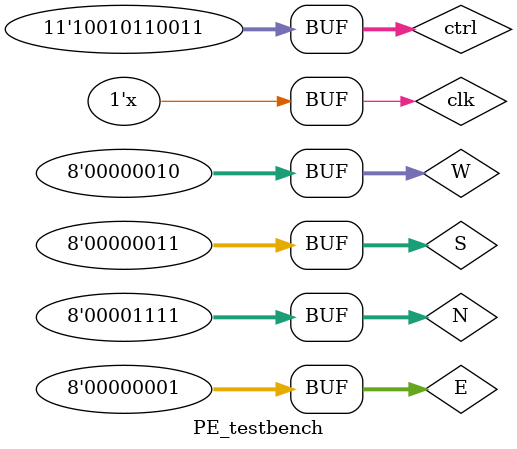
<source format=sv>
`timescale 1ns / 1ps

module PE_testbench();

  reg clk; // 时钟信号
  reg [7:0] E, S, W, N; // 输入
  reg [10:0] ctrl; // 控制信号
  wire [4:0] OutputE, OutputS, OutputW, OutputN; // 输出
  wire [7:0] Data_memory; // 数据存储

  initial begin
    clk = 1'b0; // 初始化时钟信号为 0
    // 初始化输入值和控制信号
    E = 8'b00000001;
    S = 8'b00000011;
    W = 8'b00000010;
    N = 8'b00001111;

    //output（3bit）_op1(3bit)_op2(3bit)_opcode(2bit)
    ctrl = 11'b101_000_001_00; // E+S->REG1
  // reg1=100 (4)


    // 在时钟上升沿时，更新寄存器的值
    #100 ctrl = 11'b110_100_010_10; // REG1*W->REG2
  // REG2=4*2=1000(8)


    // 在时钟上升沿时，更新寄存器的值
    // 除法保留整数部分
    #100 ctrl = 11'b100_101_100_11; // REG1/REG2->Data_mem
    // 4/8=0.5

  end

  always begin
  #10 clk = ~clk; // 定义一个 10ns 周期的时钟信号
  $display("clk= %b,OutputE = %b, OutputS = %b, OutputW = %b, OutputN = %b, Data_memory = %b",
             clk,OutputE, OutputS, OutputW, OutputN, Data_memory);
  end


  PE uut (
    .clk(clk), // 添加时钟信号
    .ctrl(ctrl),
    .E(E),
    .S(S),
    .W(W),
    .N(N),
    .OutputE(OutputE),
    .OutputS(OutputS),
    .OutputW(OutputW),
    .OutputN(OutputN),
    .Data_memory(Data_memory)
  );


/*
  always begin
    $display("clk= %b,OutputE = %b, OutputS = %b, OutputW = %b, OutputN = %b, Data_memory = %b",
             clk,OutputE, OutputS, OutputW, OutputN, Data_memory);
  end
  */

endmodule

</source>
